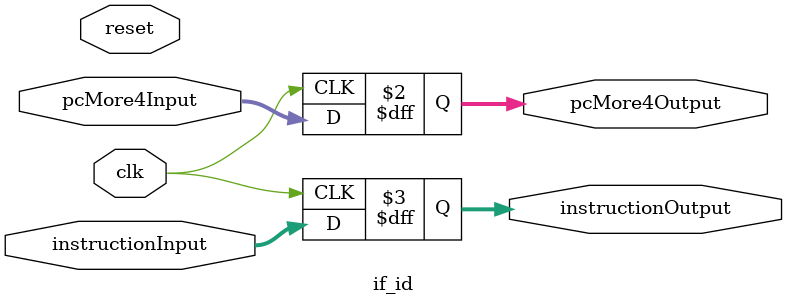
<source format=sv>
module if_id(
    input logic clk,
    input logic reset,
    input logic [31:0] pcMore4Input,
    input logic [31:0] instructionInput,
    output reg [31:0] pcMore4Output,
    output reg [31:0] instructionOutput
);

always_ff @(posedge clk) begin 
    pcMore4Output<=pcMore4Input;
    instructionOutput<=instructionInput;
end

endmodule
</source>
